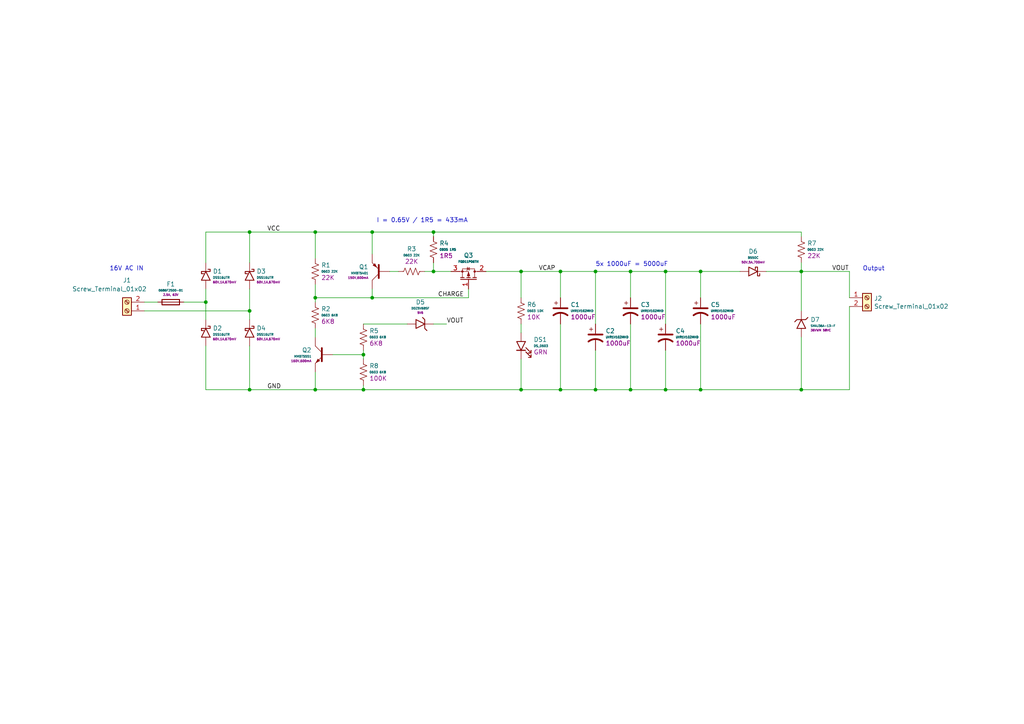
<source format=kicad_sch>
(kicad_sch (version 20211123) (generator eeschema)

  (uuid 746ba970-8279-4e7b-aed3-f28687777c21)

  (paper "A4")

  (lib_symbols
    (symbol "Connector:Screw_Terminal_01x02" (pin_names (offset 1.016) hide) (in_bom yes) (on_board yes)
      (property "Reference" "J" (id 0) (at 0 2.54 0)
        (effects (font (size 1.27 1.27)))
      )
      (property "Value" "Screw_Terminal_01x02" (id 1) (at 0 -5.08 0)
        (effects (font (size 1.27 1.27)))
      )
      (property "Footprint" "" (id 2) (at 0 0 0)
        (effects (font (size 1.27 1.27)) hide)
      )
      (property "Datasheet" "~" (id 3) (at 0 0 0)
        (effects (font (size 1.27 1.27)) hide)
      )
      (property "ki_keywords" "screw terminal" (id 4) (at 0 0 0)
        (effects (font (size 1.27 1.27)) hide)
      )
      (property "ki_description" "Generic screw terminal, single row, 01x02, script generated (kicad-library-utils/schlib/autogen/connector/)" (id 5) (at 0 0 0)
        (effects (font (size 1.27 1.27)) hide)
      )
      (property "ki_fp_filters" "TerminalBlock*:*" (id 6) (at 0 0 0)
        (effects (font (size 1.27 1.27)) hide)
      )
      (symbol "Screw_Terminal_01x02_1_1"
        (rectangle (start -1.27 1.27) (end 1.27 -3.81)
          (stroke (width 0.254) (type default) (color 0 0 0 0))
          (fill (type background))
        )
        (circle (center 0 -2.54) (radius 0.635)
          (stroke (width 0.1524) (type default) (color 0 0 0 0))
          (fill (type none))
        )
        (polyline
          (pts
            (xy -0.5334 -2.2098)
            (xy 0.3302 -3.048)
          )
          (stroke (width 0.1524) (type default) (color 0 0 0 0))
          (fill (type none))
        )
        (polyline
          (pts
            (xy -0.5334 0.3302)
            (xy 0.3302 -0.508)
          )
          (stroke (width 0.1524) (type default) (color 0 0 0 0))
          (fill (type none))
        )
        (polyline
          (pts
            (xy -0.3556 -2.032)
            (xy 0.508 -2.8702)
          )
          (stroke (width 0.1524) (type default) (color 0 0 0 0))
          (fill (type none))
        )
        (polyline
          (pts
            (xy -0.3556 0.508)
            (xy 0.508 -0.3302)
          )
          (stroke (width 0.1524) (type default) (color 0 0 0 0))
          (fill (type none))
        )
        (circle (center 0 0) (radius 0.635)
          (stroke (width 0.1524) (type default) (color 0 0 0 0))
          (fill (type none))
        )
        (pin passive line (at -5.08 0 0) (length 3.81)
          (name "Pin_1" (effects (font (size 1.27 1.27))))
          (number "1" (effects (font (size 1.27 1.27))))
        )
        (pin passive line (at -5.08 -2.54 0) (length 3.81)
          (name "Pin_2" (effects (font (size 1.27 1.27))))
          (number "2" (effects (font (size 1.27 1.27))))
        )
      )
    )
    (symbol "DS_LED:DS_0603" (pin_numbers hide) (pin_names (offset 1.016) hide) (in_bom yes) (on_board yes)
      (property "Reference" "DS" (id 0) (at 0 2.54 0)
        (effects (font (size 1.27 1.27)))
      )
      (property "Value" "DS_LED_DS_0603" (id 1) (at 0 -4.445 0)
        (effects (font (size 0.635 0.635)))
      )
      (property "Footprint" "DS_LED:DS_0603" (id 2) (at 0 -6.35 0)
        (effects (font (size 1.27 1.27)) hide)
      )
      (property "Datasheet" "" (id 3) (at 0 -6.35 0)
        (effects (font (size 1.27 1.27)) hide)
      )
      (property "Color" "?" (id 4) (at 1.27 -2.54 0)
        (effects (font (size 1.27 1.27)))
      )
      (symbol "DS_0603_1_1"
        (polyline
          (pts
            (xy -1.27 -1.27)
            (xy -1.27 1.27)
          )
          (stroke (width 0.254) (type default) (color 0 0 0 0))
          (fill (type none))
        )
        (polyline
          (pts
            (xy -1.27 -1.27)
            (xy -1.27 1.27)
          )
          (stroke (width 0.254) (type default) (color 0 0 0 0))
          (fill (type none))
        )
        (polyline
          (pts
            (xy 1.27 -1.27)
            (xy 1.27 1.27)
            (xy -1.27 0)
            (xy 1.27 -1.27)
          )
          (stroke (width 0.254) (type default) (color 0 0 0 0))
          (fill (type none))
        )
        (polyline
          (pts
            (xy -1.778 -1.397)
            (xy -3.302 -2.921)
            (xy -2.54 -2.921)
            (xy -3.302 -2.921)
            (xy -3.302 -2.159)
          )
          (stroke (width 0) (type default) (color 0 0 0 0))
          (fill (type none))
        )
        (polyline
          (pts
            (xy -1.778 -1.397)
            (xy -3.302 -2.921)
            (xy -2.54 -2.921)
            (xy -3.302 -2.921)
            (xy -3.302 -2.159)
          )
          (stroke (width 0) (type default) (color 0 0 0 0))
          (fill (type none))
        )
        (polyline
          (pts
            (xy -1.778 -1.397)
            (xy -3.302 -2.921)
            (xy -2.54 -2.921)
            (xy -3.302 -2.921)
            (xy -3.302 -2.159)
          )
          (stroke (width 0) (type default) (color 0 0 0 0))
          (fill (type none))
        )
        (polyline
          (pts
            (xy -1.778 -1.397)
            (xy -3.302 -2.921)
            (xy -2.54 -2.921)
            (xy -3.302 -2.921)
            (xy -3.302 -2.159)
          )
          (stroke (width 0) (type default) (color 0 0 0 0))
          (fill (type none))
        )
        (polyline
          (pts
            (xy -1.778 -1.397)
            (xy -3.302 -2.921)
            (xy -2.54 -2.921)
            (xy -3.302 -2.921)
            (xy -3.302 -2.159)
          )
          (stroke (width 0) (type default) (color 0 0 0 0))
          (fill (type none))
        )
        (polyline
          (pts
            (xy -1.778 -1.397)
            (xy -3.302 -2.921)
            (xy -2.54 -2.921)
            (xy -3.302 -2.921)
            (xy -3.302 -2.159)
          )
          (stroke (width 0) (type default) (color 0 0 0 0))
          (fill (type none))
        )
        (polyline
          (pts
            (xy -1.778 -1.397)
            (xy -3.302 -2.921)
            (xy -2.54 -2.921)
            (xy -3.302 -2.921)
            (xy -3.302 -2.159)
          )
          (stroke (width 0) (type default) (color 0 0 0 0))
          (fill (type none))
        )
        (polyline
          (pts
            (xy -1.778 -1.397)
            (xy -3.302 -2.921)
            (xy -2.54 -2.921)
            (xy -3.302 -2.921)
            (xy -3.302 -2.159)
          )
          (stroke (width 0) (type default) (color 0 0 0 0))
          (fill (type none))
        )
        (polyline
          (pts
            (xy -0.508 -1.397)
            (xy -2.032 -2.921)
            (xy -1.27 -2.921)
            (xy -2.032 -2.921)
            (xy -2.032 -2.159)
          )
          (stroke (width 0) (type default) (color 0 0 0 0))
          (fill (type none))
        )
        (polyline
          (pts
            (xy -0.508 -1.397)
            (xy -2.032 -2.921)
            (xy -1.27 -2.921)
            (xy -2.032 -2.921)
            (xy -2.032 -2.159)
          )
          (stroke (width 0) (type default) (color 0 0 0 0))
          (fill (type none))
        )
        (polyline
          (pts
            (xy -0.508 -1.397)
            (xy -2.032 -2.921)
            (xy -1.27 -2.921)
            (xy -2.032 -2.921)
            (xy -2.032 -2.159)
          )
          (stroke (width 0) (type default) (color 0 0 0 0))
          (fill (type none))
        )
        (polyline
          (pts
            (xy -0.508 -1.397)
            (xy -2.032 -2.921)
            (xy -1.27 -2.921)
            (xy -2.032 -2.921)
            (xy -2.032 -2.159)
          )
          (stroke (width 0) (type default) (color 0 0 0 0))
          (fill (type none))
        )
        (polyline
          (pts
            (xy -0.508 -1.397)
            (xy -2.032 -2.921)
            (xy -1.27 -2.921)
            (xy -2.032 -2.921)
            (xy -2.032 -2.159)
          )
          (stroke (width 0) (type default) (color 0 0 0 0))
          (fill (type none))
        )
        (polyline
          (pts
            (xy -0.508 -1.397)
            (xy -2.032 -2.921)
            (xy -1.27 -2.921)
            (xy -2.032 -2.921)
            (xy -2.032 -2.159)
          )
          (stroke (width 0) (type default) (color 0 0 0 0))
          (fill (type none))
        )
        (polyline
          (pts
            (xy -0.508 -1.397)
            (xy -2.032 -2.921)
            (xy -1.27 -2.921)
            (xy -2.032 -2.921)
            (xy -2.032 -2.159)
          )
          (stroke (width 0) (type default) (color 0 0 0 0))
          (fill (type none))
        )
        (polyline
          (pts
            (xy -0.508 -1.397)
            (xy -2.032 -2.921)
            (xy -1.27 -2.921)
            (xy -2.032 -2.921)
            (xy -2.032 -2.159)
          )
          (stroke (width 0) (type default) (color 0 0 0 0))
          (fill (type none))
        )
        (pin passive line (at -3.81 0 0) (length 2.54)
          (name "K" (effects (font (size 1.27 1.27))))
          (number "1" (effects (font (size 1.27 1.27))))
        )
        (pin passive line (at 3.81 0 180) (length 2.54)
          (name "A" (effects (font (size 1.27 1.27))))
          (number "2" (effects (font (size 1.27 1.27))))
        )
      )
    )
    (symbol "D_Diode:B550C" (pin_numbers hide) (pin_names (offset 1.016) hide) (in_bom yes) (on_board yes)
      (property "Reference" "D" (id 0) (at -1.27 3.175 0)
        (effects (font (size 1.27 1.27)))
      )
      (property "Value" "D_Diode_B550C" (id 1) (at 0.635 -2.54 0)
        (effects (font (size 0.635 0.635)))
      )
      (property "Footprint" "D_Diode:D_SMC" (id 2) (at 0.635 -5.715 0)
        (effects (font (size 1.27 1.27)) hide)
      )
      (property "Datasheet" "" (id 3) (at -1.27 3.175 0)
        (effects (font (size 1.27 1.27)) hide)
      )
      (property "Params" "50V,5A,700mV" (id 4) (at 0.635 -3.81 0)
        (effects (font (size 0.635 0.635)))
      )
      (symbol "B550C_1_1"
        (polyline
          (pts
            (xy 1.27 1.27)
            (xy 1.27 -1.27)
            (xy -1.27 0)
            (xy 1.27 1.27)
          )
          (stroke (width 0.254) (type default) (color 0 0 0 0))
          (fill (type none))
        )
        (polyline
          (pts
            (xy -1.905 0.635)
            (xy -1.905 1.27)
            (xy -1.27 1.27)
            (xy -1.27 -1.27)
            (xy -0.635 -1.27)
            (xy -0.635 -0.635)
          )
          (stroke (width 0.254) (type default) (color 0 0 0 0))
          (fill (type none))
        )
        (pin passive line (at -3.81 0 0) (length 2.54)
          (name "~" (effects (font (size 1.27 1.27))))
          (number "1" (effects (font (size 1.27 1.27))))
        )
        (pin passive line (at 3.81 0 180) (length 2.54)
          (name "~" (effects (font (size 1.27 1.27))))
          (number "2" (effects (font (size 1.27 1.27))))
        )
      )
    )
    (symbol "D_Diode:DDZ5V6BSF" (pin_numbers hide) (pin_names (offset 1.016) hide) (in_bom yes) (on_board yes)
      (property "Reference" "D" (id 0) (at 0 2.54 0)
        (effects (font (size 1.27 1.27)))
      )
      (property "Value" "D_Diode_DDZ5V6BSF" (id 1) (at 0.635 -2.54 0)
        (effects (font (size 0.6096 0.6096)))
      )
      (property "Footprint" "D_Diode:D_SOD_323" (id 2) (at 0 -5.08 0)
        (effects (font (size 1.27 1.27)) hide)
      )
      (property "Datasheet" "" (id 3) (at 0 -3.81 0)
        (effects (font (size 1.27 1.27)) hide)
      )
      (property "Params" "5V6" (id 4) (at 0 -3.81 0)
        (effects (font (size 0.6096 0.6096)))
      )
      (property "ki_fp_filters" "TO-???* *_Diode_* *SingleDiode* D_*" (id 5) (at 0 0 0)
        (effects (font (size 1.27 1.27)) hide)
      )
      (symbol "DDZ5V6BSF_0_1"
        (polyline
          (pts
            (xy -1.905 1.905)
            (xy -1.27 1.27)
            (xy -1.27 -1.27)
            (xy -0.635 -1.905)
          )
          (stroke (width 0.254) (type default) (color 0 0 0 0))
          (fill (type none))
        )
        (polyline
          (pts
            (xy 1.27 -1.27)
            (xy 1.27 1.27)
            (xy -1.27 0)
            (xy 1.27 -1.27)
          )
          (stroke (width 0.254) (type default) (color 0 0 0 0))
          (fill (type none))
        )
      )
      (symbol "DDZ5V6BSF_1_1"
        (pin passive line (at -3.81 0 0) (length 2.54)
          (name "K" (effects (font (size 1.27 1.27))))
          (number "1" (effects (font (size 1.27 1.27))))
        )
        (pin passive line (at 3.81 0 180) (length 2.54)
          (name "A" (effects (font (size 1.27 1.27))))
          (number "2" (effects (font (size 1.27 1.27))))
        )
      )
    )
    (symbol "D_Diode:DSS16UTR" (pin_numbers hide) (pin_names (offset 1.016) hide) (in_bom yes) (on_board yes)
      (property "Reference" "D" (id 0) (at -1.27 3.175 0)
        (effects (font (size 1.27 1.27)))
      )
      (property "Value" "D_Diode_DSS16UTR" (id 1) (at 0.635 -2.54 0)
        (effects (font (size 0.635 0.635)))
      )
      (property "Footprint" "D_Diode:D_SOD_123" (id 2) (at 0.635 -5.715 0)
        (effects (font (size 1.27 1.27)) hide)
      )
      (property "Datasheet" "" (id 3) (at -1.27 3.175 0)
        (effects (font (size 1.27 1.27)) hide)
      )
      (property "Params" "60V,1A,670mV" (id 4) (at 0.635 -3.81 0)
        (effects (font (size 0.635 0.635)))
      )
      (symbol "DSS16UTR_1_1"
        (polyline
          (pts
            (xy 1.27 1.27)
            (xy 1.27 -1.27)
            (xy -1.27 0)
            (xy 1.27 1.27)
          )
          (stroke (width 0.254) (type default) (color 0 0 0 0))
          (fill (type none))
        )
        (polyline
          (pts
            (xy -1.905 0.635)
            (xy -1.905 1.27)
            (xy -1.27 1.27)
            (xy -1.27 -1.27)
            (xy -0.635 -1.27)
            (xy -0.635 -0.635)
          )
          (stroke (width 0.254) (type default) (color 0 0 0 0))
          (fill (type none))
        )
        (pin passive line (at -3.81 0 0) (length 2.54)
          (name "~" (effects (font (size 1.27 1.27))))
          (number "1" (effects (font (size 1.27 1.27))))
        )
        (pin passive line (at 3.81 0 180) (length 2.54)
          (name "~" (effects (font (size 1.27 1.27))))
          (number "2" (effects (font (size 1.27 1.27))))
        )
      )
    )
    (symbol "D_Diode:SMAJ36A-13-F" (pin_numbers hide) (pin_names (offset 1.016) hide) (in_bom yes) (on_board yes)
      (property "Reference" "D" (id 0) (at 0 2.54 0)
        (effects (font (size 1.27 1.27)))
      )
      (property "Value" "D_Diode_SMAJ36A-13-F" (id 1) (at 0.635 -2.54 0)
        (effects (font (size 0.6096 0.6096)))
      )
      (property "Footprint" "D_Diode:D_SMA" (id 2) (at 0 -5.08 0)
        (effects (font (size 1.27 1.27)) hide)
      )
      (property "Datasheet" "" (id 3) (at 0 -3.81 0)
        (effects (font (size 1.27 1.27)) hide)
      )
      (property "Params" "36VWM 58VC" (id 4) (at 0 -3.81 0)
        (effects (font (size 0.6096 0.6096)))
      )
      (property "ki_fp_filters" "TO-???* *_Diode_* *SingleDiode* D_*" (id 5) (at 0 0 0)
        (effects (font (size 1.27 1.27)) hide)
      )
      (symbol "SMAJ36A-13-F_0_1"
        (polyline
          (pts
            (xy -1.905 1.905)
            (xy -1.27 1.27)
            (xy -1.27 -1.27)
            (xy -0.635 -1.905)
          )
          (stroke (width 0.254) (type default) (color 0 0 0 0))
          (fill (type none))
        )
        (polyline
          (pts
            (xy 1.27 -1.27)
            (xy 1.27 1.27)
            (xy -1.27 0)
            (xy 1.27 -1.27)
          )
          (stroke (width 0.254) (type default) (color 0 0 0 0))
          (fill (type none))
        )
      )
      (symbol "SMAJ36A-13-F_1_1"
        (pin passive line (at -3.81 0 0) (length 2.54)
          (name "K" (effects (font (size 1.27 1.27))))
          (number "1" (effects (font (size 1.27 1.27))))
        )
        (pin passive line (at 3.81 0 180) (length 2.54)
          (name "A" (effects (font (size 1.27 1.27))))
          (number "2" (effects (font (size 1.27 1.27))))
        )
      )
    )
    (symbol "Device:CP1" (pin_numbers hide) (pin_names (offset 0.254) hide) (in_bom yes) (on_board yes)
      (property "Reference" "C" (id 0) (at 0.635 2.54 0)
        (effects (font (size 1.27 1.27)) (justify left))
      )
      (property "Value" "Device_CP1" (id 1) (at 0.635 -2.54 0)
        (effects (font (size 1.27 1.27)) (justify left))
      )
      (property "Footprint" "" (id 2) (at 0 0 0)
        (effects (font (size 1.27 1.27)) hide)
      )
      (property "Datasheet" "" (id 3) (at 0 0 0)
        (effects (font (size 1.27 1.27)) hide)
      )
      (property "ki_fp_filters" "CP_*" (id 4) (at 0 0 0)
        (effects (font (size 1.27 1.27)) hide)
      )
      (symbol "CP1_0_1"
        (polyline
          (pts
            (xy -2.032 0.762)
            (xy 2.032 0.762)
          )
          (stroke (width 0.508) (type default) (color 0 0 0 0))
          (fill (type none))
        )
        (polyline
          (pts
            (xy -1.778 2.286)
            (xy -0.762 2.286)
          )
          (stroke (width 0) (type default) (color 0 0 0 0))
          (fill (type none))
        )
        (polyline
          (pts
            (xy -1.27 1.778)
            (xy -1.27 2.794)
          )
          (stroke (width 0) (type default) (color 0 0 0 0))
          (fill (type none))
        )
        (arc (start 2.032 -1.27) (mid 0 -0.5572) (end -2.032 -1.27)
          (stroke (width 0.508) (type default) (color 0 0 0 0))
          (fill (type none))
        )
      )
      (symbol "CP1_1_1"
        (pin passive line (at 0 3.81 270) (length 2.794)
          (name "~" (effects (font (size 1.27 1.27))))
          (number "1" (effects (font (size 1.27 1.27))))
        )
        (pin passive line (at 0 -3.81 90) (length 3.302)
          (name "~" (effects (font (size 1.27 1.27))))
          (number "2" (effects (font (size 1.27 1.27))))
        )
      )
    )
    (symbol "F_Fuse:0686F2500-01" (pin_numbers hide) (pin_names (offset 1.016) hide) (in_bom yes) (on_board yes)
      (property "Reference" "F" (id 0) (at 2.54 1.27 0)
        (effects (font (size 1.27 1.27)))
      )
      (property "Value" "F_Fuse_0686F2500-01" (id 1) (at 5.715 0 0)
        (effects (font (size 0.6096 0.6096)))
      )
      (property "Footprint" "F_Fuse:F_0603" (id 2) (at 8.89 -2.54 0)
        (effects (font (size 1.27 1.27)) hide)
      )
      (property "Datasheet" "" (id 3) (at 2.54 1.27 0)
        (effects (font (size 1.27 1.27)) hide)
      )
      (property "Params" "2.5A, 63V" (id 4) (at 4.445 -1.27 0)
        (effects (font (size 0.6096 0.6096)))
      )
      (symbol "0686F2500-01_1_1"
        (rectangle (start -0.762 -2.54) (end 0.762 2.54)
          (stroke (width 0.254) (type default) (color 0 0 0 0))
          (fill (type none))
        )
        (rectangle (start -0.762 -2.54) (end 0.762 2.54)
          (stroke (width 0.254) (type default) (color 0 0 0 0))
          (fill (type none))
        )
        (polyline
          (pts
            (xy 0 2.54)
            (xy 0 -2.54)
          )
          (stroke (width 0) (type default) (color 0 0 0 0))
          (fill (type none))
        )
        (polyline
          (pts
            (xy 0 2.54)
            (xy 0 -2.54)
          )
          (stroke (width 0) (type default) (color 0 0 0 0))
          (fill (type none))
        )
        (pin passive line (at 0 3.81 270) (length 1.27)
          (name "~" (effects (font (size 1.27 1.27))))
          (number "1" (effects (font (size 1.27 1.27))))
        )
        (pin passive line (at 0 3.81 270) (length 1.27)
          (name "~" (effects (font (size 1.27 1.27))))
          (number "1" (effects (font (size 1.27 1.27))))
        )
        (pin passive line (at 0 -3.81 90) (length 1.27)
          (name "~" (effects (font (size 1.27 1.27))))
          (number "2" (effects (font (size 1.27 1.27))))
        )
        (pin passive line (at 0 -3.81 90) (length 1.27)
          (name "~" (effects (font (size 1.27 1.27))))
          (number "2" (effects (font (size 1.27 1.27))))
        )
      )
    )
    (symbol "Q_BJT:MMBT5401" (pin_numbers hide) (pin_names (offset 1.016) hide) (in_bom yes) (on_board yes)
      (property "Reference" "Q" (id 0) (at 2.54 3.175 0)
        (effects (font (size 1.27 1.27)))
      )
      (property "Value" "Q_BJT_MMBT5401" (id 1) (at 5.715 1.27 0)
        (effects (font (size 0.635 0.635)))
      )
      (property "Footprint" "Q_MOSFET:SOT-23" (id 2) (at 10.795 -1.905 0)
        (effects (font (size 1.27 1.27)) hide)
      )
      (property "Datasheet" "" (id 3) (at 2.54 3.175 0)
        (effects (font (size 1.27 1.27)) hide)
      )
      (property "Params" "150V,600mA" (id 4) (at 5.08 0 0)
        (effects (font (size 0.635 0.635)))
      )
      (symbol "MMBT5401_1_1"
        (polyline
          (pts
            (xy -0.635 0.635)
            (xy 1.27 2.54)
          )
          (stroke (width 0) (type default) (color 0 0 0 0))
          (fill (type none))
        )
        (polyline
          (pts
            (xy -0.635 -0.635)
            (xy 1.27 -2.54)
            (xy 1.27 -2.54)
          )
          (stroke (width 0) (type default) (color 0 0 0 0))
          (fill (type none))
        )
        (polyline
          (pts
            (xy -0.635 1.905)
            (xy -0.635 -1.905)
            (xy -0.635 -1.905)
          )
          (stroke (width 0.508) (type default) (color 0 0 0 0))
          (fill (type none))
        )
        (polyline
          (pts
            (xy 1.016 -1.778)
            (xy 0.508 -2.286)
            (xy 0 -1.27)
            (xy 1.016 -1.778)
            (xy 1.016 -1.778)
          )
          (stroke (width 0) (type default) (color 0 0 0 0))
          (fill (type outline))
        )
        (pin input line (at -3.81 0 0) (length 3.0988)
          (name "B" (effects (font (size 1.27 1.27))))
          (number "1" (effects (font (size 1.27 1.27))))
        )
        (pin passive line (at 1.27 -5.08 90) (length 2.54)
          (name "E" (effects (font (size 1.27 1.27))))
          (number "2" (effects (font (size 1.27 1.27))))
        )
        (pin passive line (at 1.27 5.08 270) (length 2.54)
          (name "C" (effects (font (size 1.27 1.27))))
          (number "3" (effects (font (size 1.27 1.27))))
        )
      )
    )
    (symbol "Q_BJT:MMBT5551" (pin_numbers hide) (pin_names (offset 1.016) hide) (in_bom yes) (on_board yes)
      (property "Reference" "Q" (id 0) (at 2.54 3.175 0)
        (effects (font (size 1.27 1.27)))
      )
      (property "Value" "Q_BJT_MMBT5551" (id 1) (at 5.715 1.27 0)
        (effects (font (size 0.635 0.635)))
      )
      (property "Footprint" "Q_MOSFET:SOT-23" (id 2) (at 10.795 -1.905 0)
        (effects (font (size 1.27 1.27)) hide)
      )
      (property "Datasheet" "" (id 3) (at 3.175 3.175 0)
        (effects (font (size 1.27 1.27)) hide)
      )
      (property "Params" "160V,600mA" (id 4) (at 5.08 0 0)
        (effects (font (size 0.635 0.635)))
      )
      (symbol "MMBT5551_1_1"
        (polyline
          (pts
            (xy -0.635 0.635)
            (xy 1.27 2.54)
          )
          (stroke (width 0) (type default) (color 0 0 0 0))
          (fill (type none))
        )
        (polyline
          (pts
            (xy -0.635 -0.635)
            (xy 1.27 -2.54)
            (xy 1.27 -2.54)
          )
          (stroke (width 0) (type default) (color 0 0 0 0))
          (fill (type none))
        )
        (polyline
          (pts
            (xy -0.635 1.905)
            (xy -0.635 -1.905)
            (xy -0.635 -1.905)
          )
          (stroke (width 0.508) (type default) (color 0 0 0 0))
          (fill (type none))
        )
        (polyline
          (pts
            (xy 0 -1.778)
            (xy 0.508 -1.27)
            (xy 1.016 -2.286)
            (xy 0 -1.778)
            (xy 0 -1.778)
          )
          (stroke (width 0) (type default) (color 0 0 0 0))
          (fill (type outline))
        )
        (pin input line (at -3.81 0 0) (length 3.0988)
          (name "B" (effects (font (size 1.27 1.27))))
          (number "1" (effects (font (size 1.27 1.27))))
        )
        (pin passive line (at 1.27 -5.08 90) (length 2.54)
          (name "E" (effects (font (size 1.27 1.27))))
          (number "2" (effects (font (size 1.27 1.27))))
        )
        (pin passive line (at 1.27 5.08 270) (length 2.54)
          (name "C" (effects (font (size 1.27 1.27))))
          (number "3" (effects (font (size 1.27 1.27))))
        )
      )
    )
    (symbol "Q_MOSFET:FQD11P06TM" (pin_names (offset 0) hide) (in_bom yes) (on_board yes)
      (property "Reference" "Q" (id 0) (at 2.54 1.27 0)
        (effects (font (size 1.27 1.27)) (justify left))
      )
      (property "Value" "Q_MOSFET_FQD11P06TM" (id 1) (at 2.54 -0.381 0)
        (effects (font (size 0.6096 0.6096)) (justify left))
      )
      (property "Footprint" "Q_MOSFET:TO-252-2" (id 2) (at 12.7 -2.032 0)
        (effects (font (size 1.27 1.27)) hide)
      )
      (property "Datasheet" "" (id 3) (at -2.54 0 0)
        (effects (font (size 1.27 1.27)) hide)
      )
      (symbol "FQD11P06TM_0_1"
        (circle (center 0 -1.778) (radius 0.254)
          (stroke (width 0) (type default) (color 0 0 0 0))
          (fill (type outline))
        )
        (polyline
          (pts
            (xy -2.286 -2.286)
            (xy -2.286 2.286)
          )
          (stroke (width 0.254) (type default) (color 0 0 0 0))
          (fill (type none))
        )
        (polyline
          (pts
            (xy -1.778 -1.27)
            (xy -1.778 -2.286)
          )
          (stroke (width 0.254) (type default) (color 0 0 0 0))
          (fill (type none))
        )
        (polyline
          (pts
            (xy -1.778 0.508)
            (xy -1.778 -0.508)
          )
          (stroke (width 0.254) (type default) (color 0 0 0 0))
          (fill (type none))
        )
        (polyline
          (pts
            (xy -1.778 2.286)
            (xy -1.778 1.27)
          )
          (stroke (width 0.254) (type default) (color 0 0 0 0))
          (fill (type none))
        )
        (polyline
          (pts
            (xy 0 2.54)
            (xy 0 1.778)
          )
          (stroke (width 0) (type default) (color 0 0 0 0))
          (fill (type none))
        )
        (polyline
          (pts
            (xy 0 -2.54)
            (xy 0 0)
            (xy -1.778 0)
          )
          (stroke (width 0) (type default) (color 0 0 0 0))
          (fill (type none))
        )
        (polyline
          (pts
            (xy -1.778 1.778)
            (xy 0.762 1.778)
            (xy 0.762 -1.778)
            (xy -1.778 -1.778)
          )
          (stroke (width 0) (type default) (color 0 0 0 0))
          (fill (type none))
        )
        (polyline
          (pts
            (xy -0.254 0)
            (xy -1.27 0.381)
            (xy -1.27 -0.381)
            (xy -0.254 0)
          )
          (stroke (width 0) (type default) (color 0 0 0 0))
          (fill (type outline))
        )
        (polyline
          (pts
            (xy 0.254 -0.508)
            (xy 0.381 -0.381)
            (xy 1.143 -0.381)
            (xy 1.27 -0.254)
          )
          (stroke (width 0) (type default) (color 0 0 0 0))
          (fill (type none))
        )
        (polyline
          (pts
            (xy 0.762 -0.381)
            (xy 0.381 0.254)
            (xy 1.143 0.254)
            (xy 0.762 -0.381)
          )
          (stroke (width 0) (type default) (color 0 0 0 0))
          (fill (type none))
        )
        (circle (center 0 1.778) (radius 0.254)
          (stroke (width 0) (type default) (color 0 0 0 0))
          (fill (type outline))
        )
      )
      (symbol "FQD11P06TM_1_1"
        (pin input line (at -5.08 0 0) (length 2.6924)
          (name "G" (effects (font (size 1.27 1.27))))
          (number "1" (effects (font (size 1.27 1.27))))
        )
        (pin passive line (at 0 5.08 270) (length 2.54)
          (name "D" (effects (font (size 1.27 1.27))))
          (number "2" (effects (font (size 1.27 1.27))))
        )
        (pin passive line (at 0 -5.08 90) (length 2.54)
          (name "S" (effects (font (size 1.27 1.27))))
          (number "3" (effects (font (size 1.27 1.27))))
        )
      )
    )
    (symbol "R_Resistor:R_0603" (pin_numbers hide) (pin_names (offset 1.016)) (in_bom yes) (on_board yes)
      (property "Reference" "R" (id 0) (at 2.54 1.905 0)
        (effects (font (size 1.27 1.27)))
      )
      (property "Value" "R_Resistor_R_0603" (id 1) (at 3.81 -1.905 0)
        (effects (font (size 0.635 0.635)))
      )
      (property "Footprint" "R_Resistor:R_0603" (id 2) (at -2.54 0 90)
        (effects (font (size 1.27 1.27)) hide)
      )
      (property "Datasheet" "" (id 3) (at 5.08 -3.81 0)
        (effects (font (size 1.27 1.27)) hide)
      )
      (property "Resistance" "?K" (id 4) (at 3.175 0 0)
        (effects (font (size 1.27 1.27)))
      )
      (symbol "R_0603_1_1"
        (polyline
          (pts
            (xy 0 -2.286)
            (xy 0 -2.54)
          )
          (stroke (width 0) (type default) (color 0 0 0 0))
          (fill (type none))
        )
        (polyline
          (pts
            (xy 0 2.286)
            (xy 0 2.54)
          )
          (stroke (width 0) (type default) (color 0 0 0 0))
          (fill (type none))
        )
        (polyline
          (pts
            (xy 0 -0.762)
            (xy 1.016 -1.143)
            (xy 0 -1.524)
            (xy -1.016 -1.905)
            (xy 0 -2.286)
          )
          (stroke (width 0) (type default) (color 0 0 0 0))
          (fill (type none))
        )
        (polyline
          (pts
            (xy 0 0.762)
            (xy 1.016 0.381)
            (xy 0 0)
            (xy -1.016 -0.381)
            (xy 0 -0.762)
          )
          (stroke (width 0) (type default) (color 0 0 0 0))
          (fill (type none))
        )
        (polyline
          (pts
            (xy 0 2.286)
            (xy 1.016 1.905)
            (xy 0 1.524)
            (xy -1.016 1.143)
            (xy 0 0.762)
          )
          (stroke (width 0) (type default) (color 0 0 0 0))
          (fill (type none))
        )
        (pin passive line (at 0 3.81 270) (length 1.27)
          (name "~" (effects (font (size 1.27 1.27))))
          (number "1" (effects (font (size 1.27 1.27))))
        )
        (pin passive line (at 0 -3.81 90) (length 1.27)
          (name "~" (effects (font (size 1.27 1.27))))
          (number "2" (effects (font (size 1.27 1.27))))
        )
      )
    )
    (symbol "R_Resistor:R_0805" (pin_numbers hide) (pin_names (offset 1.016)) (in_bom yes) (on_board yes)
      (property "Reference" "R" (id 0) (at 2.54 1.905 0)
        (effects (font (size 1.27 1.27)))
      )
      (property "Value" "R_Resistor_R_0805" (id 1) (at 3.81 -1.905 0)
        (effects (font (size 0.635 0.635)))
      )
      (property "Footprint" "R_Resistor:R_0805" (id 2) (at -2.54 0 90)
        (effects (font (size 1.27 1.27)) hide)
      )
      (property "Datasheet" "" (id 3) (at 5.08 -3.81 0)
        (effects (font (size 1.27 1.27)) hide)
      )
      (property "Resistance" "?K" (id 4) (at 3.175 0 0)
        (effects (font (size 1.27 1.27)))
      )
      (symbol "R_0805_1_1"
        (polyline
          (pts
            (xy 0 -2.286)
            (xy 0 -2.54)
          )
          (stroke (width 0) (type default) (color 0 0 0 0))
          (fill (type none))
        )
        (polyline
          (pts
            (xy 0 2.286)
            (xy 0 2.54)
          )
          (stroke (width 0) (type default) (color 0 0 0 0))
          (fill (type none))
        )
        (polyline
          (pts
            (xy 0 -0.762)
            (xy 1.016 -1.143)
            (xy 0 -1.524)
            (xy -1.016 -1.905)
            (xy 0 -2.286)
          )
          (stroke (width 0) (type default) (color 0 0 0 0))
          (fill (type none))
        )
        (polyline
          (pts
            (xy 0 0.762)
            (xy 1.016 0.381)
            (xy 0 0)
            (xy -1.016 -0.381)
            (xy 0 -0.762)
          )
          (stroke (width 0) (type default) (color 0 0 0 0))
          (fill (type none))
        )
        (polyline
          (pts
            (xy 0 2.286)
            (xy 1.016 1.905)
            (xy 0 1.524)
            (xy -1.016 1.143)
            (xy 0 0.762)
          )
          (stroke (width 0) (type default) (color 0 0 0 0))
          (fill (type none))
        )
        (pin passive line (at 0 3.81 270) (length 1.27)
          (name "~" (effects (font (size 1.27 1.27))))
          (number "1" (effects (font (size 1.27 1.27))))
        )
        (pin passive line (at 0 -3.81 90) (length 1.27)
          (name "~" (effects (font (size 1.27 1.27))))
          (number "2" (effects (font (size 1.27 1.27))))
        )
      )
    )
  )

  (junction (at 162.56 113.03) (diameter 0) (color 0 0 0 0)
    (uuid 0217dfc4-fc13-4699-99ad-d9948522648e)
  )
  (junction (at 193.04 78.74) (diameter 0) (color 0 0 0 0)
    (uuid 12422a89-3d0c-485c-9386-f77121fd68fd)
  )
  (junction (at 172.72 113.03) (diameter 0) (color 0 0 0 0)
    (uuid 1d9cdadc-9036-4a95-b6db-fa7b3b74c869)
  )
  (junction (at 105.41 113.03) (diameter 0) (color 0 0 0 0)
    (uuid 41acfe41-fac7-432a-a7a3-946566e2d504)
  )
  (junction (at 125.73 78.74) (diameter 0) (color 0 0 0 0)
    (uuid 4c8eb964-bdf4-44de-90e9-e2ab82dd5313)
  )
  (junction (at 232.41 113.03) (diameter 0) (color 0 0 0 0)
    (uuid 5ca4be1c-537e-4a4a-b344-d0c8ffde8546)
  )
  (junction (at 182.88 113.03) (diameter 0) (color 0 0 0 0)
    (uuid 6475547d-3216-45a4-a15c-48314f1dd0f9)
  )
  (junction (at 232.41 78.74) (diameter 0) (color 0 0 0 0)
    (uuid 6595b9c7-02ee-4647-bde5-6b566e35163e)
  )
  (junction (at 203.2 113.03) (diameter 0) (color 0 0 0 0)
    (uuid 770ad51a-7219-4633-b24a-bd20feb0a6c5)
  )
  (junction (at 182.88 78.74) (diameter 0) (color 0 0 0 0)
    (uuid 7e023245-2c2b-4e2b-bfb9-5d35176e88f2)
  )
  (junction (at 91.44 113.03) (diameter 0) (color 0 0 0 0)
    (uuid 7f52d787-caa3-4a92-b1b2-19d554dc29a4)
  )
  (junction (at 107.95 67.31) (diameter 0) (color 0 0 0 0)
    (uuid 9340c285-5767-42d5-8b6d-63fe2a40ddf3)
  )
  (junction (at 105.41 102.87) (diameter 0) (color 0 0 0 0)
    (uuid 98c78427-acd5-4f90-9ad6-9f61c4809aec)
  )
  (junction (at 72.39 113.03) (diameter 0) (color 0 0 0 0)
    (uuid 9f8381e9-3077-4453-a480-a01ad9c1a940)
  )
  (junction (at 193.04 113.03) (diameter 0) (color 0 0 0 0)
    (uuid a544eb0a-75db-4baf-bf54-9ca21744343b)
  )
  (junction (at 162.56 78.74) (diameter 0) (color 0 0 0 0)
    (uuid aca4de92-9c41-4c2b-9afa-540d02dafa1c)
  )
  (junction (at 172.72 78.74) (diameter 0) (color 0 0 0 0)
    (uuid babeabf2-f3b0-4ed5-8d9e-0215947e6cf3)
  )
  (junction (at 72.39 90.17) (diameter 0) (color 0 0 0 0)
    (uuid bd065eaf-e495-4837-bdb3-129934de1fc7)
  )
  (junction (at 203.2 78.74) (diameter 0) (color 0 0 0 0)
    (uuid c5eb1e4c-ce83-470e-8f32-e20ff1f886a3)
  )
  (junction (at 91.44 86.36) (diameter 0) (color 0 0 0 0)
    (uuid d0d2eee9-31f6-44fa-8149-ebb4dc2dc0dc)
  )
  (junction (at 72.39 67.31) (diameter 0) (color 0 0 0 0)
    (uuid d3d7e298-1d39-4294-a3ab-c84cc0dc5e5a)
  )
  (junction (at 125.73 67.31) (diameter 0) (color 0 0 0 0)
    (uuid db36f6e3-e72a-487f-bda9-88cc84536f62)
  )
  (junction (at 107.95 86.36) (diameter 0) (color 0 0 0 0)
    (uuid e40e8cef-4fb0-4fc3-be09-3875b2cc8469)
  )
  (junction (at 59.69 87.63) (diameter 0) (color 0 0 0 0)
    (uuid e43dbe34-ed17-4e35-a5c7-2f1679b3c415)
  )
  (junction (at 91.44 67.31) (diameter 0) (color 0 0 0 0)
    (uuid e472dac4-5b65-4920-b8b2-6065d140a69d)
  )
  (junction (at 151.13 78.74) (diameter 0) (color 0 0 0 0)
    (uuid e6b860cc-cb76-4220-acfb-68f1eb348bfa)
  )
  (junction (at 151.13 113.03) (diameter 0) (color 0 0 0 0)
    (uuid f202141e-c20d-4cac-b016-06a44f2ecce8)
  )

  (wire (pts (xy 91.44 67.31) (xy 107.95 67.31))
    (stroke (width 0) (type default) (color 0 0 0 0))
    (uuid 0351df45-d042-41d4-ba35-88092c7be2fc)
  )
  (wire (pts (xy 125.73 93.98) (xy 129.54 93.98))
    (stroke (width 0) (type default) (color 0 0 0 0))
    (uuid 0e1ed1c5-7428-4dc7-b76e-49b2d5f8177d)
  )
  (wire (pts (xy 91.44 113.03) (xy 105.41 113.03))
    (stroke (width 0) (type default) (color 0 0 0 0))
    (uuid 101ef598-601d-400e-9ef6-d655fbb1dbfa)
  )
  (wire (pts (xy 59.69 87.63) (xy 59.69 83.82))
    (stroke (width 0) (type default) (color 0 0 0 0))
    (uuid 14769dc5-8525-4984-8b15-a734ee247efa)
  )
  (wire (pts (xy 232.41 67.31) (xy 125.73 67.31))
    (stroke (width 0) (type default) (color 0 0 0 0))
    (uuid 16a9ae8c-3ad2-439b-8efe-377c994670c7)
  )
  (wire (pts (xy 151.13 113.03) (xy 162.56 113.03))
    (stroke (width 0) (type default) (color 0 0 0 0))
    (uuid 182b2d54-931d-49d6-9f39-60a752623e36)
  )
  (wire (pts (xy 107.95 67.31) (xy 125.73 67.31))
    (stroke (width 0) (type default) (color 0 0 0 0))
    (uuid 1831fb37-1c5d-42c4-b898-151be6fca9dc)
  )
  (wire (pts (xy 203.2 78.74) (xy 203.2 86.36))
    (stroke (width 0) (type default) (color 0 0 0 0))
    (uuid 1a6d2848-e78e-49fe-8978-e1890f07836f)
  )
  (wire (pts (xy 105.41 93.98) (xy 118.11 93.98))
    (stroke (width 0) (type default) (color 0 0 0 0))
    (uuid 1e518c2a-4cb7-4599-a1fa-5b9f847da7d3)
  )
  (wire (pts (xy 41.91 90.17) (xy 72.39 90.17))
    (stroke (width 0) (type default) (color 0 0 0 0))
    (uuid 20c315f4-1e4f-49aa-8d61-778a7389df7e)
  )
  (wire (pts (xy 91.44 82.55) (xy 91.44 86.36))
    (stroke (width 0) (type default) (color 0 0 0 0))
    (uuid 240e5dac-6242-47a5-bbef-f76d11c715c0)
  )
  (wire (pts (xy 182.88 93.98) (xy 182.88 113.03))
    (stroke (width 0) (type default) (color 0 0 0 0))
    (uuid 24f7628d-681d-4f0e-8409-40a129e929d9)
  )
  (wire (pts (xy 246.38 86.36) (xy 246.38 78.74))
    (stroke (width 0) (type default) (color 0 0 0 0))
    (uuid 275aa44a-b61f-489f-9e2a-819a0fe0d1eb)
  )
  (wire (pts (xy 125.73 78.74) (xy 125.73 76.2))
    (stroke (width 0) (type default) (color 0 0 0 0))
    (uuid 29e78086-2175-405e-9ba3-c48766d2f50c)
  )
  (wire (pts (xy 107.95 67.31) (xy 107.95 73.66))
    (stroke (width 0) (type default) (color 0 0 0 0))
    (uuid 2e642b3e-a476-4c54-9a52-dcea955640cd)
  )
  (wire (pts (xy 91.44 86.36) (xy 91.44 87.63))
    (stroke (width 0) (type default) (color 0 0 0 0))
    (uuid 34a74736-156e-4bf3-9200-cd137cfa59da)
  )
  (wire (pts (xy 203.2 113.03) (xy 232.41 113.03))
    (stroke (width 0) (type default) (color 0 0 0 0))
    (uuid 37e8181c-a81e-498b-b2e2-0aef0c391059)
  )
  (wire (pts (xy 105.41 113.03) (xy 151.13 113.03))
    (stroke (width 0) (type default) (color 0 0 0 0))
    (uuid 3a52f112-cb97-43db-aaeb-20afe27664d7)
  )
  (wire (pts (xy 172.72 113.03) (xy 182.88 113.03))
    (stroke (width 0) (type default) (color 0 0 0 0))
    (uuid 3a7648d8-121a-4921-9b92-9b35b76ce39b)
  )
  (wire (pts (xy 151.13 96.52) (xy 151.13 93.98))
    (stroke (width 0) (type default) (color 0 0 0 0))
    (uuid 3aaee4c4-dbf7-49a5-a620-9465d8cc3ae7)
  )
  (wire (pts (xy 193.04 113.03) (xy 182.88 113.03))
    (stroke (width 0) (type default) (color 0 0 0 0))
    (uuid 3e903008-0276-4a73-8edb-5d9dfde6297c)
  )
  (wire (pts (xy 182.88 78.74) (xy 182.88 86.36))
    (stroke (width 0) (type default) (color 0 0 0 0))
    (uuid 40165eda-4ba6-4565-9bb4-b9df6dbb08da)
  )
  (wire (pts (xy 203.2 93.98) (xy 203.2 113.03))
    (stroke (width 0) (type default) (color 0 0 0 0))
    (uuid 45008225-f50f-4d6b-b508-6730a9408caf)
  )
  (wire (pts (xy 182.88 78.74) (xy 193.04 78.74))
    (stroke (width 0) (type default) (color 0 0 0 0))
    (uuid 4780a290-d25c-4459-9579-eba3f7678762)
  )
  (wire (pts (xy 246.38 113.03) (xy 246.38 88.9))
    (stroke (width 0) (type default) (color 0 0 0 0))
    (uuid 57c0c267-8bf9-4cc7-b734-d71a239ac313)
  )
  (wire (pts (xy 59.69 76.2) (xy 59.69 67.31))
    (stroke (width 0) (type default) (color 0 0 0 0))
    (uuid 5fc27c35-3e1c-4f96-817c-93b5570858a6)
  )
  (wire (pts (xy 232.41 78.74) (xy 232.41 90.17))
    (stroke (width 0) (type default) (color 0 0 0 0))
    (uuid 60dcd1fe-7079-4cb8-b509-04558ccf5097)
  )
  (wire (pts (xy 105.41 111.76) (xy 105.41 113.03))
    (stroke (width 0) (type default) (color 0 0 0 0))
    (uuid 644ae9fc-3c8e-4089-866e-a12bf371c3e9)
  )
  (wire (pts (xy 105.41 102.87) (xy 105.41 101.6))
    (stroke (width 0) (type default) (color 0 0 0 0))
    (uuid 65134029-dbd2-409a-85a8-13c2a33ff019)
  )
  (wire (pts (xy 72.39 67.31) (xy 91.44 67.31))
    (stroke (width 0) (type default) (color 0 0 0 0))
    (uuid 676efd2f-1c48-4786-9e4b-2444f1e8f6ff)
  )
  (wire (pts (xy 172.72 101.6) (xy 172.72 113.03))
    (stroke (width 0) (type default) (color 0 0 0 0))
    (uuid 6bfe5804-2ef9-4c65-b2a7-f01e4014370a)
  )
  (wire (pts (xy 232.41 78.74) (xy 246.38 78.74))
    (stroke (width 0) (type default) (color 0 0 0 0))
    (uuid 6c67e4f6-9d04-4539-b356-b76e915ce848)
  )
  (wire (pts (xy 59.69 113.03) (xy 59.69 100.33))
    (stroke (width 0) (type default) (color 0 0 0 0))
    (uuid 6c9b793c-e74d-4754-a2c0-901e73b26f1c)
  )
  (wire (pts (xy 72.39 76.2) (xy 72.39 67.31))
    (stroke (width 0) (type default) (color 0 0 0 0))
    (uuid 6d26d68f-1ca7-4ff3-b058-272f1c399047)
  )
  (wire (pts (xy 72.39 90.17) (xy 72.39 83.82))
    (stroke (width 0) (type default) (color 0 0 0 0))
    (uuid 6ec113ca-7d27-4b14-a180-1e5e2fd1c167)
  )
  (wire (pts (xy 232.41 97.79) (xy 232.41 113.03))
    (stroke (width 0) (type default) (color 0 0 0 0))
    (uuid 70e15522-1572-4451-9c0d-6d36ac70d8c6)
  )
  (wire (pts (xy 59.69 92.71) (xy 59.69 87.63))
    (stroke (width 0) (type default) (color 0 0 0 0))
    (uuid 71c31975-2c45-4d18-a25a-18e07a55d11e)
  )
  (wire (pts (xy 193.04 101.6) (xy 193.04 113.03))
    (stroke (width 0) (type default) (color 0 0 0 0))
    (uuid 75ffc65c-7132-4411-9f2a-ae0c73d79338)
  )
  (wire (pts (xy 151.13 86.36) (xy 151.13 78.74))
    (stroke (width 0) (type default) (color 0 0 0 0))
    (uuid 789ca812-3e0c-4a3f-97bc-a916dd9bce80)
  )
  (wire (pts (xy 45.72 87.63) (xy 41.91 87.63))
    (stroke (width 0) (type default) (color 0 0 0 0))
    (uuid 7a4ce4b3-518a-4819-b8b2-5127b3347c64)
  )
  (wire (pts (xy 193.04 78.74) (xy 193.04 93.98))
    (stroke (width 0) (type default) (color 0 0 0 0))
    (uuid 7d34f6b1-ab31-49be-b011-c67fe67a8a56)
  )
  (wire (pts (xy 91.44 97.79) (xy 91.44 95.25))
    (stroke (width 0) (type default) (color 0 0 0 0))
    (uuid 7f2301df-e4bc-479e-a681-cc59c9a2dbbb)
  )
  (wire (pts (xy 105.41 102.87) (xy 96.52 102.87))
    (stroke (width 0) (type default) (color 0 0 0 0))
    (uuid 8087f566-a94d-4bbc-985b-e49ee7762296)
  )
  (wire (pts (xy 193.04 113.03) (xy 203.2 113.03))
    (stroke (width 0) (type default) (color 0 0 0 0))
    (uuid 8c6a821f-8e19-48f3-8f44-9b340f7689bc)
  )
  (wire (pts (xy 91.44 74.93) (xy 91.44 67.31))
    (stroke (width 0) (type default) (color 0 0 0 0))
    (uuid 8d9a3ecc-539f-41da-8099-d37cea9c28e7)
  )
  (wire (pts (xy 193.04 78.74) (xy 203.2 78.74))
    (stroke (width 0) (type default) (color 0 0 0 0))
    (uuid 8e06ba1f-e3ba-4eb9-a10e-887dffd566d6)
  )
  (wire (pts (xy 72.39 92.71) (xy 72.39 90.17))
    (stroke (width 0) (type default) (color 0 0 0 0))
    (uuid 911bdcbe-493f-4e21-a506-7cbc636e2c17)
  )
  (wire (pts (xy 59.69 113.03) (xy 72.39 113.03))
    (stroke (width 0) (type default) (color 0 0 0 0))
    (uuid 9193c41e-d425-447d-b95c-6986d66ea01c)
  )
  (wire (pts (xy 130.81 78.74) (xy 125.73 78.74))
    (stroke (width 0) (type default) (color 0 0 0 0))
    (uuid 94a873dc-af67-4ef9-8159-1f7c93eeb3d7)
  )
  (wire (pts (xy 135.89 86.36) (xy 135.89 83.82))
    (stroke (width 0) (type default) (color 0 0 0 0))
    (uuid 9b3c58a7-a9b9-4498-abc0-f9f43e4f0292)
  )
  (wire (pts (xy 151.13 104.14) (xy 151.13 113.03))
    (stroke (width 0) (type default) (color 0 0 0 0))
    (uuid a17904b9-135e-4dae-ae20-401c7787de72)
  )
  (wire (pts (xy 123.19 78.74) (xy 125.73 78.74))
    (stroke (width 0) (type default) (color 0 0 0 0))
    (uuid a1823eb2-fb0d-4ed8-8b96-04184ac3a9d5)
  )
  (wire (pts (xy 91.44 107.95) (xy 91.44 113.03))
    (stroke (width 0) (type default) (color 0 0 0 0))
    (uuid a8447faf-e0a0-4c4a-ae53-4d4b28669151)
  )
  (wire (pts (xy 53.34 87.63) (xy 59.69 87.63))
    (stroke (width 0) (type default) (color 0 0 0 0))
    (uuid a9b3f6e4-7a6d-4ae8-ad28-3d8458e0ca1a)
  )
  (wire (pts (xy 91.44 86.36) (xy 107.95 86.36))
    (stroke (width 0) (type default) (color 0 0 0 0))
    (uuid aa2ea573-3f20-43c1-aa99-1f9c6031a9aa)
  )
  (wire (pts (xy 232.41 67.31) (xy 232.41 68.58))
    (stroke (width 0) (type default) (color 0 0 0 0))
    (uuid b1c649b1-f44d-46c7-9dea-818e75a1b87e)
  )
  (wire (pts (xy 232.41 113.03) (xy 246.38 113.03))
    (stroke (width 0) (type default) (color 0 0 0 0))
    (uuid b447dbb1-d38e-4a15-93cb-12c25382ea53)
  )
  (wire (pts (xy 214.63 78.74) (xy 203.2 78.74))
    (stroke (width 0) (type default) (color 0 0 0 0))
    (uuid b7199d9b-bebb-4100-9ad3-c2bd31e21d65)
  )
  (wire (pts (xy 72.39 100.33) (xy 72.39 113.03))
    (stroke (width 0) (type default) (color 0 0 0 0))
    (uuid b96fe6ac-3535-4455-ab88-ed77f5e46d6e)
  )
  (wire (pts (xy 162.56 93.98) (xy 162.56 113.03))
    (stroke (width 0) (type default) (color 0 0 0 0))
    (uuid bd5408e4-362d-4e43-9d39-78fb99eb52c8)
  )
  (wire (pts (xy 107.95 86.36) (xy 135.89 86.36))
    (stroke (width 0) (type default) (color 0 0 0 0))
    (uuid c094494a-f6f7-43fc-a007-4951484ddf3a)
  )
  (wire (pts (xy 162.56 113.03) (xy 172.72 113.03))
    (stroke (width 0) (type default) (color 0 0 0 0))
    (uuid c0eca5ed-bc5e-4618-9bcd-80945bea41ed)
  )
  (wire (pts (xy 125.73 67.31) (xy 125.73 68.58))
    (stroke (width 0) (type default) (color 0 0 0 0))
    (uuid c41b3c8b-634e-435a-b582-96b83bbd4032)
  )
  (wire (pts (xy 162.56 78.74) (xy 172.72 78.74))
    (stroke (width 0) (type default) (color 0 0 0 0))
    (uuid c43663ee-9a0d-4f27-a292-89ba89964065)
  )
  (wire (pts (xy 151.13 78.74) (xy 162.56 78.74))
    (stroke (width 0) (type default) (color 0 0 0 0))
    (uuid cdfb07af-801b-44ba-8c30-d021a6ad3039)
  )
  (wire (pts (xy 222.25 78.74) (xy 232.41 78.74))
    (stroke (width 0) (type default) (color 0 0 0 0))
    (uuid cfa5c16e-7859-460d-a0b8-cea7d7ea629c)
  )
  (wire (pts (xy 59.69 67.31) (xy 72.39 67.31))
    (stroke (width 0) (type default) (color 0 0 0 0))
    (uuid d6fb27cf-362d-4568-967c-a5bf49d5931b)
  )
  (wire (pts (xy 162.56 78.74) (xy 162.56 86.36))
    (stroke (width 0) (type default) (color 0 0 0 0))
    (uuid d7269d2a-b8c0-422d-8f25-f79ea31bf75e)
  )
  (wire (pts (xy 172.72 78.74) (xy 172.72 93.98))
    (stroke (width 0) (type default) (color 0 0 0 0))
    (uuid df68c26a-03b5-4466-aecf-ba34b7dce6b7)
  )
  (wire (pts (xy 140.97 78.74) (xy 151.13 78.74))
    (stroke (width 0) (type default) (color 0 0 0 0))
    (uuid e4c6fdbb-fdc7-4ad4-a516-240d84cdc120)
  )
  (wire (pts (xy 172.72 78.74) (xy 182.88 78.74))
    (stroke (width 0) (type default) (color 0 0 0 0))
    (uuid e8c50f1b-c316-4110-9cce-5c24c65a1eaa)
  )
  (wire (pts (xy 72.39 113.03) (xy 91.44 113.03))
    (stroke (width 0) (type default) (color 0 0 0 0))
    (uuid ee41cb8e-512d-41d2-81e1-3c50fff32aeb)
  )
  (wire (pts (xy 113.03 78.74) (xy 115.57 78.74))
    (stroke (width 0) (type default) (color 0 0 0 0))
    (uuid efeac2a2-7682-4dc7-83ee-f6f1b23da506)
  )
  (wire (pts (xy 232.41 76.2) (xy 232.41 78.74))
    (stroke (width 0) (type default) (color 0 0 0 0))
    (uuid f3628265-0155-43e2-a467-c40ff783e265)
  )
  (wire (pts (xy 107.95 86.36) (xy 107.95 83.82))
    (stroke (width 0) (type default) (color 0 0 0 0))
    (uuid f40d350f-0d3e-4f8a-b004-d950f2f8f1ba)
  )
  (wire (pts (xy 105.41 104.14) (xy 105.41 102.87))
    (stroke (width 0) (type default) (color 0 0 0 0))
    (uuid f4eb0267-179f-46c9-b516-9bfb06bac1ba)
  )

  (text "Output" (at 250.19 78.74 0)
    (effects (font (size 1.27 1.27)) (justify left bottom))
    (uuid 15fe8f3d-6077-4e0e-81d0-8ec3f4538981)
  )
  (text "16V AC IN" (at 31.75 78.74 0)
    (effects (font (size 1.27 1.27)) (justify left bottom))
    (uuid 19c56563-5fe3-442a-885b-418dbc2421eb)
  )
  (text "5x 1000uF = 5000uF" (at 172.72 77.47 0)
    (effects (font (size 1.27 1.27)) (justify left bottom))
    (uuid 8da933a9-35f8-42e6-8504-d1bab7264306)
  )
  (text "I = 0.65V / 1R5 = 433mA" (at 109.22 64.77 0)
    (effects (font (size 1.27 1.27)) (justify left bottom))
    (uuid aa14c3bd-4acc-4908-9d28-228585a22a9d)
  )

  (label "GND" (at 77.47 113.03 0)
    (effects (font (size 1.27 1.27)) (justify left bottom))
    (uuid 27d56953-c620-4d5b-9c1c-e48bc3d9684a)
  )
  (label "VCAP" (at 156.21 78.74 0)
    (effects (font (size 1.27 1.27)) (justify left bottom))
    (uuid 29e058a7-50a3-43e5-81c3-bfee53da08be)
  )
  (label "CHARGE" (at 127 86.36 0)
    (effects (font (size 1.27 1.27)) (justify left bottom))
    (uuid 3fd54105-4b7e-4004-9801-76ec66108a22)
  )
  (label "VOUT" (at 241.3 78.74 0)
    (effects (font (size 1.27 1.27)) (justify left bottom))
    (uuid 6fd4442e-30b3-428b-9306-61418a63d311)
  )
  (label "VCC" (at 77.47 67.31 0)
    (effects (font (size 1.27 1.27)) (justify left bottom))
    (uuid 7e0a03ae-d054-4f76-a131-5c09b8dc1636)
  )
  (label "VOUT" (at 129.54 93.98 0)
    (effects (font (size 1.27 1.27)) (justify left bottom))
    (uuid 8d0c1d66-35ef-4a53-a28f-436a11b54f42)
  )

  (symbol (lib_id "R_Resistor:R_0603") (at 91.44 78.74 0) (unit 1)
    (in_bom yes) (on_board yes)
    (uuid 00000000-0000-0000-0000-000061c78d48)
    (property "Reference" "R1" (id 0) (at 93.1672 76.9112 0)
      (effects (font (size 1.27 1.27)) (justify left))
    )
    (property "Value" "0603 22K" (id 1) (at 93.1672 78.74 0)
      (effects (font (size 0.635 0.635)) (justify left))
    )
    (property "Footprint" "R_Resistor:R_0603" (id 2) (at 88.9 78.74 90)
      (effects (font (size 1.27 1.27)) hide)
    )
    (property "Datasheet" "" (id 3) (at 96.52 82.55 0)
      (effects (font (size 1.27 1.27)) hide)
    )
    (property "Resistance" "22K" (id 4) (at 93.1672 80.5434 0)
      (effects (font (size 1.27 1.27)) (justify left))
    )
    (pin "1" (uuid 47d0860c-eb0d-4c77-8442-c3da49eb6ef5))
    (pin "2" (uuid be93b172-1833-40f5-b08c-5707ef223348))
  )

  (symbol (lib_id "D_Diode:SMAJ36A-13-F") (at 232.41 93.98 270) (unit 1)
    (in_bom yes) (on_board yes)
    (uuid 00000000-0000-0000-0000-000061c805ac)
    (property "Reference" "D7" (id 0) (at 235.077 92.71 90)
      (effects (font (size 1.27 1.27)) (justify left))
    )
    (property "Value" "SMAJ36A-13-F" (id 1) (at 235.077 94.5134 90)
      (effects (font (size 0.6096 0.6096)) (justify left))
    )
    (property "Footprint" "D_Diode:D_SMA" (id 2) (at 227.33 93.98 0)
      (effects (font (size 1.27 1.27)) hide)
    )
    (property "Datasheet" "~" (id 3) (at 228.6 93.98 0)
      (effects (font (size 1.27 1.27)) hide)
    )
    (property "Params" "36VWM 58VC" (id 4) (at 235.077 95.7834 90)
      (effects (font (size 0.6096 0.6096)) (justify left))
    )
    (pin "1" (uuid 5b33488c-3a65-4cd8-9d78-5acd4c42b9a7))
    (pin "2" (uuid 06a36cf7-804a-4621-bb49-2646eda285c6))
  )

  (symbol (lib_id "R_Resistor:R_0603") (at 91.44 91.44 0) (unit 1)
    (in_bom yes) (on_board yes)
    (uuid 00000000-0000-0000-0000-000061c84401)
    (property "Reference" "R2" (id 0) (at 93.1672 89.6112 0)
      (effects (font (size 1.27 1.27)) (justify left))
    )
    (property "Value" "0603 6K8" (id 1) (at 93.1672 91.44 0)
      (effects (font (size 0.635 0.635)) (justify left))
    )
    (property "Footprint" "R_Resistor:R_0603" (id 2) (at 88.9 91.44 90)
      (effects (font (size 1.27 1.27)) hide)
    )
    (property "Datasheet" "" (id 3) (at 96.52 95.25 0)
      (effects (font (size 1.27 1.27)) hide)
    )
    (property "Resistance" "6K8" (id 4) (at 93.1672 93.2434 0)
      (effects (font (size 1.27 1.27)) (justify left))
    )
    (pin "1" (uuid f29617b4-e459-40d7-963f-7e9f314ce835))
    (pin "2" (uuid e7347d27-ac39-46b6-91b3-a6bcf8f76138))
  )

  (symbol (lib_id "R_Resistor:R_0603") (at 119.38 78.74 270) (unit 1)
    (in_bom yes) (on_board yes)
    (uuid 00000000-0000-0000-0000-000061c8ba8e)
    (property "Reference" "R3" (id 0) (at 119.38 72.2122 90))
    (property "Value" "0603 22K" (id 1) (at 119.38 74.041 90)
      (effects (font (size 0.635 0.635)))
    )
    (property "Footprint" "R_Resistor:R_0603" (id 2) (at 119.38 76.2 90)
      (effects (font (size 1.27 1.27)) hide)
    )
    (property "Datasheet" "" (id 3) (at 115.57 83.82 0)
      (effects (font (size 1.27 1.27)) hide)
    )
    (property "Resistance" "22K" (id 4) (at 119.38 75.8444 90))
    (pin "1" (uuid 414e75da-9fda-4a2f-9990-d2c9bbd5bb3c))
    (pin "2" (uuid 3aeb2b3a-95f4-4122-8969-a94552dbfb1e))
  )

  (symbol (lib_id "R_Resistor:R_0603") (at 105.41 97.79 0) (unit 1)
    (in_bom yes) (on_board yes)
    (uuid 00000000-0000-0000-0000-000061c8d3a4)
    (property "Reference" "R5" (id 0) (at 107.1372 95.9612 0)
      (effects (font (size 1.27 1.27)) (justify left))
    )
    (property "Value" "0603 6K8" (id 1) (at 107.1372 97.79 0)
      (effects (font (size 0.635 0.635)) (justify left))
    )
    (property "Footprint" "R_Resistor:R_0603" (id 2) (at 102.87 97.79 90)
      (effects (font (size 1.27 1.27)) hide)
    )
    (property "Datasheet" "" (id 3) (at 110.49 101.6 0)
      (effects (font (size 1.27 1.27)) hide)
    )
    (property "Resistance" "6K8" (id 4) (at 107.1372 99.5934 0)
      (effects (font (size 1.27 1.27)) (justify left))
    )
    (pin "1" (uuid d37bf096-ac61-47c7-81ea-de6bd8ae0d1f))
    (pin "2" (uuid a3e85ffb-8894-4216-bb3c-e0bcb123fd4f))
  )

  (symbol (lib_id "R_Resistor:R_0603") (at 105.41 107.95 0) (unit 1)
    (in_bom yes) (on_board yes)
    (uuid 00000000-0000-0000-0000-000061c8d945)
    (property "Reference" "R8" (id 0) (at 107.1372 106.1212 0)
      (effects (font (size 1.27 1.27)) (justify left))
    )
    (property "Value" "0603 6K8" (id 1) (at 107.1372 107.95 0)
      (effects (font (size 0.635 0.635)) (justify left))
    )
    (property "Footprint" "R_Resistor:R_0603" (id 2) (at 102.87 107.95 90)
      (effects (font (size 1.27 1.27)) hide)
    )
    (property "Datasheet" "" (id 3) (at 110.49 111.76 0)
      (effects (font (size 1.27 1.27)) hide)
    )
    (property "Resistance" "100K" (id 4) (at 107.1372 109.7534 0)
      (effects (font (size 1.27 1.27)) (justify left))
    )
    (pin "1" (uuid f722116b-5e49-4401-8f1c-5aad01f0ac9f))
    (pin "2" (uuid 8141f226-6f0a-4ee4-acaa-39a5ea41233f))
  )

  (symbol (lib_id "R_Resistor:R_0805") (at 125.73 72.39 0) (unit 1)
    (in_bom yes) (on_board yes)
    (uuid 00000000-0000-0000-0000-000061c9869f)
    (property "Reference" "R4" (id 0) (at 127.4572 70.5612 0)
      (effects (font (size 1.27 1.27)) (justify left))
    )
    (property "Value" "0805 1R5" (id 1) (at 127.4572 72.39 0)
      (effects (font (size 0.635 0.635)) (justify left))
    )
    (property "Footprint" "R_Resistor:R_0805" (id 2) (at 123.19 72.39 90)
      (effects (font (size 1.27 1.27)) hide)
    )
    (property "Datasheet" "" (id 3) (at 130.81 76.2 0)
      (effects (font (size 1.27 1.27)) hide)
    )
    (property "Resistance" "1R5" (id 4) (at 127.4572 74.1934 0)
      (effects (font (size 1.27 1.27)) (justify left))
    )
    (pin "1" (uuid 71f16f0d-ef0e-4266-b39b-5349581b78f5))
    (pin "2" (uuid d590625c-9237-4e5b-9e3c-54fc0ea02ce0))
  )

  (symbol (lib_id "Q_BJT:MMBT5401") (at 109.22 78.74 180) (unit 1)
    (in_bom yes) (on_board yes)
    (uuid 00000000-0000-0000-0000-000061ca1ecc)
    (property "Reference" "Q1" (id 0) (at 106.8578 77.4192 0)
      (effects (font (size 1.27 1.27)) (justify left))
    )
    (property "Value" "MMBT5401" (id 1) (at 106.8578 79.248 0)
      (effects (font (size 0.635 0.635)) (justify left))
    )
    (property "Footprint" "Q_MOSFET:SOT-23" (id 2) (at 98.425 76.835 0)
      (effects (font (size 1.27 1.27)) hide)
    )
    (property "Datasheet" "" (id 3) (at 106.68 81.915 0)
      (effects (font (size 1.27 1.27)) hide)
    )
    (property "Params" "150V,600mA" (id 4) (at 106.8578 80.5688 0)
      (effects (font (size 0.635 0.635)) (justify left))
    )
    (pin "1" (uuid 196e3808-2076-45b5-b9a7-10beae505375))
    (pin "2" (uuid 8f0ccd08-8d6d-413c-9eb6-0f29fb10329e))
    (pin "3" (uuid a3fa3604-dc33-4ff0-b22d-eb4ffa032c36))
  )

  (symbol (lib_id "Q_BJT:MMBT5551") (at 92.71 102.87 0) (mirror y) (unit 1)
    (in_bom yes) (on_board yes)
    (uuid 00000000-0000-0000-0000-000061ca31c2)
    (property "Reference" "Q2" (id 0) (at 90.3478 101.5492 0)
      (effects (font (size 1.27 1.27)) (justify left))
    )
    (property "Value" "MMBT5551" (id 1) (at 90.3478 103.378 0)
      (effects (font (size 0.635 0.635)) (justify left))
    )
    (property "Footprint" "Q_MOSFET:SOT-23" (id 2) (at 81.915 104.775 0)
      (effects (font (size 1.27 1.27)) hide)
    )
    (property "Datasheet" "" (id 3) (at 89.535 99.695 0)
      (effects (font (size 1.27 1.27)) hide)
    )
    (property "Params" "160V,600mA" (id 4) (at 90.3478 104.6988 0)
      (effects (font (size 0.635 0.635)) (justify left))
    )
    (pin "1" (uuid 3914f76d-f2ae-4435-805c-109e991e4dbd))
    (pin "2" (uuid 92a0cdf0-fc63-409e-844b-0eac5ef9cbe5))
    (pin "3" (uuid d0ccf529-3ad5-4749-9211-c6395e785b26))
  )

  (symbol (lib_id "F_Fuse:0686F2500-01") (at 49.53 87.63 270) (unit 1)
    (in_bom yes) (on_board yes)
    (uuid 00000000-0000-0000-0000-000061caac57)
    (property "Reference" "F1" (id 0) (at 49.53 82.423 90))
    (property "Value" "0686F2500-01" (id 1) (at 49.53 84.2264 90)
      (effects (font (size 0.6096 0.6096)))
    )
    (property "Footprint" "F_Fuse:F_0603" (id 2) (at 46.99 96.52 0)
      (effects (font (size 1.27 1.27)) hide)
    )
    (property "Datasheet" "" (id 3) (at 50.8 90.17 0)
      (effects (font (size 1.27 1.27)) hide)
    )
    (property "Params" "2.5A, 63V" (id 4) (at 49.53 85.4964 90)
      (effects (font (size 0.6096 0.6096)))
    )
    (pin "1" (uuid 83696e78-c65c-4102-aeb5-f5dfcbcf10fa))
    (pin "1" (uuid 83696e78-c65c-4102-aeb5-f5dfcbcf10fa))
    (pin "2" (uuid d3b9bd70-8de3-46e7-8110-b459fb19192f))
    (pin "2" (uuid d3b9bd70-8de3-46e7-8110-b459fb19192f))
  )

  (symbol (lib_id "Q_MOSFET:FQD11P06TM") (at 135.89 78.74 270) (mirror x) (unit 1)
    (in_bom yes) (on_board yes)
    (uuid 00000000-0000-0000-0000-000061cabf3d)
    (property "Reference" "Q3" (id 0) (at 135.89 74.0918 90))
    (property "Value" "FQD11P06TM" (id 1) (at 135.89 75.8952 90)
      (effects (font (size 0.6096 0.6096)))
    )
    (property "Footprint" "Q_MOSFET:TO-252-2" (id 2) (at 133.858 66.04 0)
      (effects (font (size 1.27 1.27)) hide)
    )
    (property "Datasheet" "" (id 3) (at 135.89 81.28 0)
      (effects (font (size 1.27 1.27)) hide)
    )
    (pin "1" (uuid dda6d46a-09da-469a-a641-c4ec10ef7d94))
    (pin "2" (uuid b1075f8c-450b-4934-a5ea-b91776197d99))
    (pin "3" (uuid 34056aba-4d8f-4da3-8fe3-d8579a5e2494))
  )

  (symbol (lib_id "R_Resistor:R_0603") (at 151.13 90.17 180) (unit 1)
    (in_bom yes) (on_board yes)
    (uuid 00000000-0000-0000-0000-000061cbdcf7)
    (property "Reference" "R6" (id 0) (at 152.8572 88.3412 0)
      (effects (font (size 1.27 1.27)) (justify right))
    )
    (property "Value" "0603 10K" (id 1) (at 152.8572 90.17 0)
      (effects (font (size 0.635 0.635)) (justify right))
    )
    (property "Footprint" "R_Resistor:R_0603" (id 2) (at 153.67 90.17 90)
      (effects (font (size 1.27 1.27)) hide)
    )
    (property "Datasheet" "" (id 3) (at 146.05 86.36 0)
      (effects (font (size 1.27 1.27)) hide)
    )
    (property "Resistance" "10K" (id 4) (at 152.8572 91.9734 0)
      (effects (font (size 1.27 1.27)) (justify right))
    )
    (pin "1" (uuid 8537fff7-7cb2-4934-9c05-6b4e63667f64))
    (pin "2" (uuid 812d99cb-8db1-4a70-9c40-d67f0437abb5))
  )

  (symbol (lib_id "DS_LED:DS_0603") (at 151.13 100.33 90) (unit 1)
    (in_bom yes) (on_board yes)
    (uuid 00000000-0000-0000-0000-000061cbfbc0)
    (property "Reference" "DS1" (id 0) (at 154.7622 98.5012 90)
      (effects (font (size 1.27 1.27)) (justify right))
    )
    (property "Value" "DS_0603" (id 1) (at 154.7622 100.33 90)
      (effects (font (size 0.635 0.635)) (justify right))
    )
    (property "Footprint" "DS_LED:DS_0603" (id 2) (at 157.48 100.33 0)
      (effects (font (size 1.27 1.27)) hide)
    )
    (property "Datasheet" "" (id 3) (at 157.48 100.33 0)
      (effects (font (size 1.27 1.27)) hide)
    )
    (property "Color" "GRN" (id 4) (at 154.7622 102.1334 90)
      (effects (font (size 1.27 1.27)) (justify right))
    )
    (pin "1" (uuid aae6644e-293d-4cfe-840c-c297b1035f62))
    (pin "2" (uuid 5c1de170-b660-4253-9956-8899bf0d8be4))
  )

  (symbol (lib_id "Device:CP1") (at 162.56 90.17 0) (unit 1)
    (in_bom yes) (on_board yes)
    (uuid 00000000-0000-0000-0000-000061cc6859)
    (property "Reference" "C1" (id 0) (at 165.481 88.3666 0)
      (effects (font (size 1.27 1.27)) (justify left))
    )
    (property "Value" "UVR1V102MHD" (id 1) (at 165.481 90.17 0)
      (effects (font (size 0.6096 0.6096)) (justify left))
    )
    (property "Footprint" "Capacitor_THT:C_Radial_D12.5mm_H20.0mm_P5.00mm" (id 2) (at 162.56 90.17 0)
      (effects (font (size 1.27 1.27)) hide)
    )
    (property "Datasheet" "~" (id 3) (at 162.56 90.17 0)
      (effects (font (size 1.27 1.27)) hide)
    )
    (property "Capacitance" "1000uF" (id 4) (at 165.481 91.948 0)
      (effects (font (size 1.27 1.27)) (justify left))
    )
    (pin "1" (uuid aea58f10-2dc5-4c10-908c-26c7810bafa3))
    (pin "2" (uuid 3f796650-f789-4621-8db3-238a25043e38))
  )

  (symbol (lib_id "Device:CP1") (at 172.72 97.79 0) (unit 1)
    (in_bom yes) (on_board yes)
    (uuid 00000000-0000-0000-0000-000061cca14e)
    (property "Reference" "C2" (id 0) (at 175.641 95.9866 0)
      (effects (font (size 1.27 1.27)) (justify left))
    )
    (property "Value" "UVR1V102MHD" (id 1) (at 175.641 97.79 0)
      (effects (font (size 0.6096 0.6096)) (justify left))
    )
    (property "Footprint" "Capacitor_THT:C_Radial_D12.5mm_H20.0mm_P5.00mm" (id 2) (at 172.72 97.79 0)
      (effects (font (size 1.27 1.27)) hide)
    )
    (property "Datasheet" "~" (id 3) (at 172.72 97.79 0)
      (effects (font (size 1.27 1.27)) hide)
    )
    (property "Capacitance" "1000uF" (id 4) (at 175.641 99.568 0)
      (effects (font (size 1.27 1.27)) (justify left))
    )
    (pin "1" (uuid 6f8abb20-d786-4404-9a62-dea63c774b5f))
    (pin "2" (uuid 359d56e5-4789-4ef7-922e-39db9f960b93))
  )

  (symbol (lib_id "Device:CP1") (at 182.88 90.17 0) (unit 1)
    (in_bom yes) (on_board yes)
    (uuid 00000000-0000-0000-0000-000061ccaf73)
    (property "Reference" "C3" (id 0) (at 185.801 88.3666 0)
      (effects (font (size 1.27 1.27)) (justify left))
    )
    (property "Value" "UVR1V102MHD" (id 1) (at 185.801 90.17 0)
      (effects (font (size 0.6096 0.6096)) (justify left))
    )
    (property "Footprint" "Capacitor_THT:C_Radial_D12.5mm_H20.0mm_P5.00mm" (id 2) (at 182.88 90.17 0)
      (effects (font (size 1.27 1.27)) hide)
    )
    (property "Datasheet" "~" (id 3) (at 182.88 90.17 0)
      (effects (font (size 1.27 1.27)) hide)
    )
    (property "Capacitance" "1000uF" (id 4) (at 185.801 91.948 0)
      (effects (font (size 1.27 1.27)) (justify left))
    )
    (pin "1" (uuid c3d95ff1-022b-4919-a685-416d30f6b09f))
    (pin "2" (uuid e92618c5-0bf2-4aa1-b44e-0fba78e07cce))
  )

  (symbol (lib_id "Device:CP1") (at 193.04 97.79 0) (unit 1)
    (in_bom yes) (on_board yes)
    (uuid 00000000-0000-0000-0000-000061ccbd84)
    (property "Reference" "C4" (id 0) (at 195.961 95.9866 0)
      (effects (font (size 1.27 1.27)) (justify left))
    )
    (property "Value" "UVR1V102MHD" (id 1) (at 195.961 97.79 0)
      (effects (font (size 0.6096 0.6096)) (justify left))
    )
    (property "Footprint" "Capacitor_THT:C_Radial_D12.5mm_H20.0mm_P5.00mm" (id 2) (at 193.04 97.79 0)
      (effects (font (size 1.27 1.27)) hide)
    )
    (property "Datasheet" "~" (id 3) (at 193.04 97.79 0)
      (effects (font (size 1.27 1.27)) hide)
    )
    (property "Capacitance" "1000uF" (id 4) (at 195.961 99.568 0)
      (effects (font (size 1.27 1.27)) (justify left))
    )
    (pin "1" (uuid dc40fca2-19e9-4bf6-a607-0908fbf172b8))
    (pin "2" (uuid d6162f5c-aeee-435d-8c42-d52c9ec34e87))
  )

  (symbol (lib_id "Device:CP1") (at 203.2 90.17 0) (unit 1)
    (in_bom yes) (on_board yes)
    (uuid 00000000-0000-0000-0000-000061cd6be7)
    (property "Reference" "C5" (id 0) (at 206.121 88.3666 0)
      (effects (font (size 1.27 1.27)) (justify left))
    )
    (property "Value" "UVR1V102MHD" (id 1) (at 206.121 90.17 0)
      (effects (font (size 0.6096 0.6096)) (justify left))
    )
    (property "Footprint" "Capacitor_THT:C_Radial_D12.5mm_H20.0mm_P5.00mm" (id 2) (at 203.2 90.17 0)
      (effects (font (size 1.27 1.27)) hide)
    )
    (property "Datasheet" "~" (id 3) (at 203.2 90.17 0)
      (effects (font (size 1.27 1.27)) hide)
    )
    (property "Capacitance" "1000uF" (id 4) (at 206.121 91.948 0)
      (effects (font (size 1.27 1.27)) (justify left))
    )
    (pin "1" (uuid 353307cc-0b3f-4400-ac09-05d9cdbb708e))
    (pin "2" (uuid e2fb2298-b289-4960-85ba-baade41d79bd))
  )

  (symbol (lib_id "D_Diode:DSS16UTR") (at 59.69 80.01 270) (unit 1)
    (in_bom yes) (on_board yes)
    (uuid 00000000-0000-0000-0000-000061d09c97)
    (property "Reference" "D1" (id 0) (at 61.722 78.6892 90)
      (effects (font (size 1.27 1.27)) (justify left))
    )
    (property "Value" "DSS16UTR" (id 1) (at 61.722 80.518 90)
      (effects (font (size 0.635 0.635)) (justify left))
    )
    (property "Footprint" "D_Diode:D_SOD_123" (id 2) (at 53.975 80.645 0)
      (effects (font (size 1.27 1.27)) hide)
    )
    (property "Datasheet" "" (id 3) (at 62.865 78.74 0)
      (effects (font (size 1.27 1.27)) hide)
    )
    (property "Params" "60V,1A,670mV" (id 4) (at 61.722 81.8388 90)
      (effects (font (size 0.635 0.635)) (justify left))
    )
    (pin "1" (uuid 453189d8-9207-4337-a5c8-90e8e2134fa0))
    (pin "2" (uuid ebe579a1-93fa-4823-a8e3-665b57223f3f))
  )

  (symbol (lib_id "D_Diode:DSS16UTR") (at 59.69 96.52 270) (unit 1)
    (in_bom yes) (on_board yes)
    (uuid 00000000-0000-0000-0000-000061d0ae3c)
    (property "Reference" "D2" (id 0) (at 61.722 95.1992 90)
      (effects (font (size 1.27 1.27)) (justify left))
    )
    (property "Value" "DSS16UTR" (id 1) (at 61.722 97.028 90)
      (effects (font (size 0.635 0.635)) (justify left))
    )
    (property "Footprint" "D_Diode:D_SOD_123" (id 2) (at 53.975 97.155 0)
      (effects (font (size 1.27 1.27)) hide)
    )
    (property "Datasheet" "" (id 3) (at 62.865 95.25 0)
      (effects (font (size 1.27 1.27)) hide)
    )
    (property "Params" "60V,1A,670mV" (id 4) (at 61.722 98.3488 90)
      (effects (font (size 0.635 0.635)) (justify left))
    )
    (pin "1" (uuid 06ad5850-be26-45fb-b7c3-02b9608c72fa))
    (pin "2" (uuid ec6b684a-ac78-42b3-962f-04161b59563a))
  )

  (symbol (lib_id "D_Diode:DSS16UTR") (at 72.39 96.52 270) (unit 1)
    (in_bom yes) (on_board yes)
    (uuid 00000000-0000-0000-0000-000061d0ba61)
    (property "Reference" "D4" (id 0) (at 74.422 95.1992 90)
      (effects (font (size 1.27 1.27)) (justify left))
    )
    (property "Value" "DSS16UTR" (id 1) (at 74.422 97.028 90)
      (effects (font (size 0.635 0.635)) (justify left))
    )
    (property "Footprint" "D_Diode:D_SOD_123" (id 2) (at 66.675 97.155 0)
      (effects (font (size 1.27 1.27)) hide)
    )
    (property "Datasheet" "" (id 3) (at 75.565 95.25 0)
      (effects (font (size 1.27 1.27)) hide)
    )
    (property "Params" "60V,1A,670mV" (id 4) (at 74.422 98.3488 90)
      (effects (font (size 0.635 0.635)) (justify left))
    )
    (pin "1" (uuid 394cf9e6-b3ac-48d9-9c40-ef44d1294a98))
    (pin "2" (uuid 2cacd947-9852-4921-9d0b-138879c2612f))
  )

  (symbol (lib_id "D_Diode:DSS16UTR") (at 72.39 80.01 270) (unit 1)
    (in_bom yes) (on_board yes)
    (uuid 00000000-0000-0000-0000-000061d0be18)
    (property "Reference" "D3" (id 0) (at 74.422 78.6892 90)
      (effects (font (size 1.27 1.27)) (justify left))
    )
    (property "Value" "DSS16UTR" (id 1) (at 74.422 80.518 90)
      (effects (font (size 0.635 0.635)) (justify left))
    )
    (property "Footprint" "D_Diode:D_SOD_123" (id 2) (at 66.675 80.645 0)
      (effects (font (size 1.27 1.27)) hide)
    )
    (property "Datasheet" "" (id 3) (at 75.565 78.74 0)
      (effects (font (size 1.27 1.27)) hide)
    )
    (property "Params" "60V,1A,670mV" (id 4) (at 74.422 81.8388 90)
      (effects (font (size 0.635 0.635)) (justify left))
    )
    (pin "1" (uuid e698e8aa-4afa-43f9-b558-b50417bbefbd))
    (pin "2" (uuid bb7a6797-3d50-4c4d-bd34-cf6530b92dd7))
  )

  (symbol (lib_id "D_Diode:B550C") (at 218.44 78.74 180) (unit 1)
    (in_bom yes) (on_board yes)
    (uuid 00000000-0000-0000-0000-000061d19166)
    (property "Reference" "D6" (id 0) (at 218.44 72.9234 0))
    (property "Value" "B550C" (id 1) (at 218.44 74.7522 0)
      (effects (font (size 0.635 0.635)))
    )
    (property "Footprint" "D_Diode:D_SMC" (id 2) (at 217.805 73.025 0)
      (effects (font (size 1.27 1.27)) hide)
    )
    (property "Datasheet" "" (id 3) (at 219.71 81.915 0)
      (effects (font (size 1.27 1.27)) hide)
    )
    (property "Params" "50V,5A,700mV" (id 4) (at 218.44 76.073 0)
      (effects (font (size 0.635 0.635)))
    )
    (pin "1" (uuid bbf14473-783f-4d22-8426-e816ebed527a))
    (pin "2" (uuid b1200b97-6cee-46e6-9c24-e976984a20a2))
  )

  (symbol (lib_id "D_Diode:DDZ5V6BSF") (at 121.92 93.98 180) (unit 1)
    (in_bom yes) (on_board yes)
    (uuid 00000000-0000-0000-0000-000061d20da3)
    (property "Reference" "D5" (id 0) (at 121.92 87.63 0))
    (property "Value" "DDZ5V6BSF" (id 1) (at 121.92 89.4334 0)
      (effects (font (size 0.6096 0.6096)))
    )
    (property "Footprint" "D_Diode:D_SOD_323" (id 2) (at 121.92 88.9 0)
      (effects (font (size 1.27 1.27)) hide)
    )
    (property "Datasheet" "~" (id 3) (at 121.92 90.17 0)
      (effects (font (size 1.27 1.27)) hide)
    )
    (property "Params" "5V6" (id 4) (at 121.92 90.7034 0)
      (effects (font (size 0.6096 0.6096)))
    )
    (pin "1" (uuid 5df71fe0-905d-48f5-b2fa-fef49c1a211b))
    (pin "2" (uuid 0696d13a-e09c-42a6-85bc-16c11e7897fe))
  )

  (symbol (lib_id "R_Resistor:R_0603") (at 232.41 72.39 180) (unit 1)
    (in_bom yes) (on_board yes)
    (uuid 00000000-0000-0000-0000-000061d21a80)
    (property "Reference" "R7" (id 0) (at 234.1372 70.5612 0)
      (effects (font (size 1.27 1.27)) (justify right))
    )
    (property "Value" "0603 22K" (id 1) (at 234.1372 72.39 0)
      (effects (font (size 0.635 0.635)) (justify right))
    )
    (property "Footprint" "R_Resistor:R_0603" (id 2) (at 234.95 72.39 90)
      (effects (font (size 1.27 1.27)) hide)
    )
    (property "Datasheet" "" (id 3) (at 227.33 68.58 0)
      (effects (font (size 1.27 1.27)) hide)
    )
    (property "Resistance" "22K" (id 4) (at 234.1372 74.1934 0)
      (effects (font (size 1.27 1.27)) (justify right))
    )
    (pin "1" (uuid 2b6fb15d-0adc-44a8-9337-8c972586d25e))
    (pin "2" (uuid 3eebdd66-5819-4e7d-a7e4-1b811e53ab10))
  )

  (symbol (lib_id "Connector:Screw_Terminal_01x02") (at 36.83 90.17 180) (unit 1)
    (in_bom yes) (on_board yes)
    (uuid 00000000-0000-0000-0000-000061d3a6f0)
    (property "Reference" "J1" (id 0) (at 36.83 81.28 0))
    (property "Value" "Screw_Terminal_01x02" (id 1) (at 31.75 83.82 0))
    (property "Footprint" "TerminalBlock:TerminalBlock_bornier-2_P5.08mm" (id 2) (at 36.83 90.17 0)
      (effects (font (size 1.27 1.27)) hide)
    )
    (property "Datasheet" "~" (id 3) (at 36.83 90.17 0)
      (effects (font (size 1.27 1.27)) hide)
    )
    (pin "1" (uuid e8138f24-a748-4677-85e2-cd15c03e13a0))
    (pin "2" (uuid f558eab4-7145-4274-bb17-71d8e37130e9))
  )

  (symbol (lib_id "Connector:Screw_Terminal_01x02") (at 251.46 86.36 0) (unit 1)
    (in_bom yes) (on_board yes)
    (uuid 00000000-0000-0000-0000-000061d40ed5)
    (property "Reference" "J2" (id 0) (at 253.492 86.5632 0)
      (effects (font (size 1.27 1.27)) (justify left))
    )
    (property "Value" "Screw_Terminal_01x02" (id 1) (at 253.492 88.8746 0)
      (effects (font (size 1.27 1.27)) (justify left))
    )
    (property "Footprint" "TerminalBlock:TerminalBlock_bornier-2_P5.08mm" (id 2) (at 251.46 86.36 0)
      (effects (font (size 1.27 1.27)) hide)
    )
    (property "Datasheet" "~" (id 3) (at 251.46 86.36 0)
      (effects (font (size 1.27 1.27)) hide)
    )
    (pin "1" (uuid 64d10cac-121c-40ea-8f99-e901536823ea))
    (pin "2" (uuid 9d9acce0-a50d-4b40-bd33-591837a34d0f))
  )

  (sheet_instances
    (path "/" (page "1"))
  )

  (symbol_instances
    (path "/00000000-0000-0000-0000-000061cc6859"
      (reference "C1") (unit 1) (value "UVR1V102MHD") (footprint "Capacitor_THT:C_Radial_D12.5mm_H20.0mm_P5.00mm")
    )
    (path "/00000000-0000-0000-0000-000061cca14e"
      (reference "C2") (unit 1) (value "UVR1V102MHD") (footprint "Capacitor_THT:C_Radial_D12.5mm_H20.0mm_P5.00mm")
    )
    (path "/00000000-0000-0000-0000-000061ccaf73"
      (reference "C3") (unit 1) (value "UVR1V102MHD") (footprint "Capacitor_THT:C_Radial_D12.5mm_H20.0mm_P5.00mm")
    )
    (path "/00000000-0000-0000-0000-000061ccbd84"
      (reference "C4") (unit 1) (value "UVR1V102MHD") (footprint "Capacitor_THT:C_Radial_D12.5mm_H20.0mm_P5.00mm")
    )
    (path "/00000000-0000-0000-0000-000061cd6be7"
      (reference "C5") (unit 1) (value "UVR1V102MHD") (footprint "Capacitor_THT:C_Radial_D12.5mm_H20.0mm_P5.00mm")
    )
    (path "/00000000-0000-0000-0000-000061d09c97"
      (reference "D1") (unit 1) (value "DSS16UTR") (footprint "D_Diode:D_SOD_123")
    )
    (path "/00000000-0000-0000-0000-000061d0ae3c"
      (reference "D2") (unit 1) (value "DSS16UTR") (footprint "D_Diode:D_SOD_123")
    )
    (path "/00000000-0000-0000-0000-000061d0be18"
      (reference "D3") (unit 1) (value "DSS16UTR") (footprint "D_Diode:D_SOD_123")
    )
    (path "/00000000-0000-0000-0000-000061d0ba61"
      (reference "D4") (unit 1) (value "DSS16UTR") (footprint "D_Diode:D_SOD_123")
    )
    (path "/00000000-0000-0000-0000-000061d20da3"
      (reference "D5") (unit 1) (value "DDZ5V6BSF") (footprint "D_Diode:D_SOD_323")
    )
    (path "/00000000-0000-0000-0000-000061d19166"
      (reference "D6") (unit 1) (value "B550C") (footprint "D_Diode:D_SMC")
    )
    (path "/00000000-0000-0000-0000-000061c805ac"
      (reference "D7") (unit 1) (value "SMAJ36A-13-F") (footprint "D_Diode:D_SMA")
    )
    (path "/00000000-0000-0000-0000-000061cbfbc0"
      (reference "DS1") (unit 1) (value "DS_0603") (footprint "DS_LED:DS_0603")
    )
    (path "/00000000-0000-0000-0000-000061caac57"
      (reference "F1") (unit 1) (value "0686F2500-01") (footprint "F_Fuse:F_0603")
    )
    (path "/00000000-0000-0000-0000-000061d3a6f0"
      (reference "J1") (unit 1) (value "Screw_Terminal_01x02") (footprint "TerminalBlock:TerminalBlock_bornier-2_P5.08mm")
    )
    (path "/00000000-0000-0000-0000-000061d40ed5"
      (reference "J2") (unit 1) (value "Screw_Terminal_01x02") (footprint "TerminalBlock:TerminalBlock_bornier-2_P5.08mm")
    )
    (path "/00000000-0000-0000-0000-000061ca1ecc"
      (reference "Q1") (unit 1) (value "MMBT5401") (footprint "Q_MOSFET:SOT-23")
    )
    (path "/00000000-0000-0000-0000-000061ca31c2"
      (reference "Q2") (unit 1) (value "MMBT5551") (footprint "Q_MOSFET:SOT-23")
    )
    (path "/00000000-0000-0000-0000-000061cabf3d"
      (reference "Q3") (unit 1) (value "FQD11P06TM") (footprint "Q_MOSFET:TO-252-2")
    )
    (path "/00000000-0000-0000-0000-000061c78d48"
      (reference "R1") (unit 1) (value "0603 22K") (footprint "R_Resistor:R_0603")
    )
    (path "/00000000-0000-0000-0000-000061c84401"
      (reference "R2") (unit 1) (value "0603 6K8") (footprint "R_Resistor:R_0603")
    )
    (path "/00000000-0000-0000-0000-000061c8ba8e"
      (reference "R3") (unit 1) (value "0603 22K") (footprint "R_Resistor:R_0603")
    )
    (path "/00000000-0000-0000-0000-000061c9869f"
      (reference "R4") (unit 1) (value "0805 1R5") (footprint "R_Resistor:R_0805")
    )
    (path "/00000000-0000-0000-0000-000061c8d3a4"
      (reference "R5") (unit 1) (value "0603 6K8") (footprint "R_Resistor:R_0603")
    )
    (path "/00000000-0000-0000-0000-000061cbdcf7"
      (reference "R6") (unit 1) (value "0603 10K") (footprint "R_Resistor:R_0603")
    )
    (path "/00000000-0000-0000-0000-000061d21a80"
      (reference "R7") (unit 1) (value "0603 22K") (footprint "R_Resistor:R_0603")
    )
    (path "/00000000-0000-0000-0000-000061c8d945"
      (reference "R8") (unit 1) (value "0603 6K8") (footprint "R_Resistor:R_0603")
    )
  )
)

</source>
